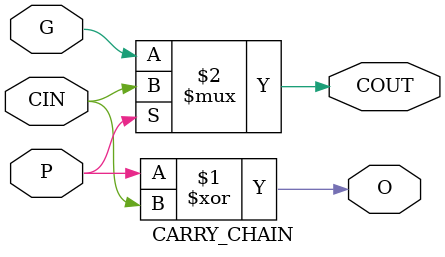
<source format=v>
`timescale 1ns/1ps
`celldefine

module CARRY_CHAIN (
  input P, // Partial data input
  input G, // Partial data input
  input CIN, // Carry in
  output O, // Data Output
  output COUT // Carry out
);

  assign {COUT, O} = {P ? CIN : G, P ^ CIN};
endmodule
`endcelldefine

</source>
